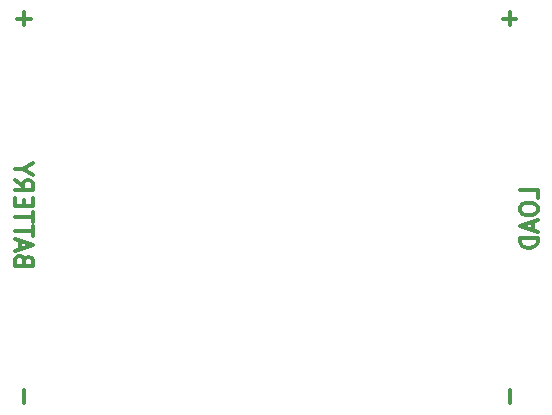
<source format=gbr>
%TF.GenerationSoftware,KiCad,Pcbnew,no-vcs-found*%
%TF.CreationDate,2017-10-06T12:39:31+10:30*%
%TF.ProjectId,antispark-pcb,616E7469737061726B2D7063622E6B69,1.0*%
%TF.SameCoordinates,Original*%
%TF.FileFunction,Legend,Bot*%
%TF.FilePolarity,Positive*%
%FSLAX46Y46*%
G04 Gerber Fmt 4.6, Leading zero omitted, Abs format (unit mm)*
G04 Created by KiCad (PCBNEW no-vcs-found) date Fri Oct  6 12:39:31 2017*
%MOMM*%
%LPD*%
G01*
G04 APERTURE LIST*
%ADD10C,0.300000*%
G04 APERTURE END LIST*
D10*
X145607142Y-136671428D02*
X145607142Y-135528571D01*
X104507142Y-104671428D02*
X104507142Y-103528571D01*
X105078571Y-104100000D02*
X103935714Y-104100000D01*
X145607142Y-104671428D02*
X145607142Y-103528571D01*
X146178571Y-104100000D02*
X145035714Y-104100000D01*
X104507142Y-136671428D02*
X104507142Y-135528571D01*
X104507142Y-124550000D02*
X104435714Y-124335714D01*
X104364285Y-124264285D01*
X104221428Y-124192857D01*
X104007142Y-124192857D01*
X103864285Y-124264285D01*
X103792857Y-124335714D01*
X103721428Y-124478571D01*
X103721428Y-125050000D01*
X105221428Y-125050000D01*
X105221428Y-124550000D01*
X105150000Y-124407142D01*
X105078571Y-124335714D01*
X104935714Y-124264285D01*
X104792857Y-124264285D01*
X104650000Y-124335714D01*
X104578571Y-124407142D01*
X104507142Y-124550000D01*
X104507142Y-125050000D01*
X104150000Y-123621428D02*
X104150000Y-122907142D01*
X103721428Y-123764285D02*
X105221428Y-123264285D01*
X103721428Y-122764285D01*
X105221428Y-122478571D02*
X105221428Y-121621428D01*
X103721428Y-122050000D02*
X105221428Y-122050000D01*
X105221428Y-121335714D02*
X105221428Y-120478571D01*
X103721428Y-120907142D02*
X105221428Y-120907142D01*
X104507142Y-119978571D02*
X104507142Y-119478571D01*
X103721428Y-119264285D02*
X103721428Y-119978571D01*
X105221428Y-119978571D01*
X105221428Y-119264285D01*
X103721428Y-117764285D02*
X104435714Y-118264285D01*
X103721428Y-118621428D02*
X105221428Y-118621428D01*
X105221428Y-118050000D01*
X105150000Y-117907142D01*
X105078571Y-117835714D01*
X104935714Y-117764285D01*
X104721428Y-117764285D01*
X104578571Y-117835714D01*
X104507142Y-117907142D01*
X104435714Y-118050000D01*
X104435714Y-118621428D01*
X104435714Y-116835714D02*
X103721428Y-116835714D01*
X105221428Y-117335714D02*
X104435714Y-116835714D01*
X105221428Y-116335714D01*
X147978571Y-119285714D02*
X147978571Y-118571428D01*
X146478571Y-118571428D01*
X146478571Y-120071428D02*
X146478571Y-120357142D01*
X146550000Y-120500000D01*
X146692857Y-120642857D01*
X146978571Y-120714285D01*
X147478571Y-120714285D01*
X147764285Y-120642857D01*
X147907142Y-120500000D01*
X147978571Y-120357142D01*
X147978571Y-120071428D01*
X147907142Y-119928571D01*
X147764285Y-119785714D01*
X147478571Y-119714285D01*
X146978571Y-119714285D01*
X146692857Y-119785714D01*
X146550000Y-119928571D01*
X146478571Y-120071428D01*
X147550000Y-121285714D02*
X147550000Y-122000000D01*
X147978571Y-121142857D02*
X146478571Y-121642857D01*
X147978571Y-122142857D01*
X147978571Y-122642857D02*
X146478571Y-122642857D01*
X146478571Y-123000000D01*
X146550000Y-123214285D01*
X146692857Y-123357142D01*
X146835714Y-123428571D01*
X147121428Y-123500000D01*
X147335714Y-123500000D01*
X147621428Y-123428571D01*
X147764285Y-123357142D01*
X147907142Y-123214285D01*
X147978571Y-123000000D01*
X147978571Y-122642857D01*
M02*

</source>
